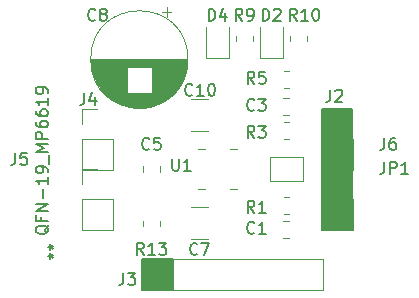
<source format=gbr>
%TF.GenerationSoftware,KiCad,Pcbnew,(7.0.0-rc1-145-gbd6d0b6cb6)*%
%TF.CreationDate,2023-03-28T23:28:49+02:00*%
%TF.ProjectId,2HBR_MINIMAL,32484252-5f4d-4494-9e49-4d414c2e6b69,rev?*%
%TF.SameCoordinates,Original*%
%TF.FileFunction,Legend,Top*%
%TF.FilePolarity,Positive*%
%FSLAX46Y46*%
G04 Gerber Fmt 4.6, Leading zero omitted, Abs format (unit mm)*
G04 Created by KiCad (PCBNEW (7.0.0-rc1-145-gbd6d0b6cb6)) date 2023-03-28 23:28:49*
%MOMM*%
%LPD*%
G01*
G04 APERTURE LIST*
%ADD10C,0.150000*%
%ADD11C,0.120000*%
G04 APERTURE END LIST*
D10*
X143450000Y-105350000D02*
X146050000Y-105350000D01*
X146050000Y-105350000D02*
X146050000Y-115630000D01*
X146050000Y-115630000D02*
X143450000Y-115630000D01*
X143450000Y-115630000D02*
X143450000Y-105350000D01*
G36*
X143450000Y-105350000D02*
G01*
X146050000Y-105350000D01*
X146050000Y-115630000D01*
X143450000Y-115630000D01*
X143450000Y-105350000D01*
G37*
X128210000Y-118050000D02*
X130870000Y-118050000D01*
X130870000Y-118050000D02*
X130870000Y-120710000D01*
X130870000Y-120710000D02*
X128210000Y-120710000D01*
X128210000Y-120710000D02*
X128210000Y-118050000D01*
G36*
X128210000Y-118050000D02*
G01*
X130870000Y-118050000D01*
X130870000Y-120710000D01*
X128210000Y-120710000D01*
X128210000Y-118050000D01*
G37*
%TO.C,C1*%
X137755333Y-115842142D02*
X137707714Y-115889761D01*
X137707714Y-115889761D02*
X137564857Y-115937380D01*
X137564857Y-115937380D02*
X137469619Y-115937380D01*
X137469619Y-115937380D02*
X137326762Y-115889761D01*
X137326762Y-115889761D02*
X137231524Y-115794523D01*
X137231524Y-115794523D02*
X137183905Y-115699285D01*
X137183905Y-115699285D02*
X137136286Y-115508809D01*
X137136286Y-115508809D02*
X137136286Y-115365952D01*
X137136286Y-115365952D02*
X137183905Y-115175476D01*
X137183905Y-115175476D02*
X137231524Y-115080238D01*
X137231524Y-115080238D02*
X137326762Y-114985000D01*
X137326762Y-114985000D02*
X137469619Y-114937380D01*
X137469619Y-114937380D02*
X137564857Y-114937380D01*
X137564857Y-114937380D02*
X137707714Y-114985000D01*
X137707714Y-114985000D02*
X137755333Y-115032619D01*
X138707714Y-115937380D02*
X138136286Y-115937380D01*
X138422000Y-115937380D02*
X138422000Y-114937380D01*
X138422000Y-114937380D02*
X138326762Y-115080238D01*
X138326762Y-115080238D02*
X138231524Y-115175476D01*
X138231524Y-115175476D02*
X138136286Y-115223095D01*
%TO.C,JP1*%
X148772666Y-109857380D02*
X148772666Y-110571666D01*
X148772666Y-110571666D02*
X148725047Y-110714523D01*
X148725047Y-110714523D02*
X148629809Y-110809761D01*
X148629809Y-110809761D02*
X148486952Y-110857380D01*
X148486952Y-110857380D02*
X148391714Y-110857380D01*
X149248857Y-110857380D02*
X149248857Y-109857380D01*
X149248857Y-109857380D02*
X149629809Y-109857380D01*
X149629809Y-109857380D02*
X149725047Y-109905000D01*
X149725047Y-109905000D02*
X149772666Y-109952619D01*
X149772666Y-109952619D02*
X149820285Y-110047857D01*
X149820285Y-110047857D02*
X149820285Y-110190714D01*
X149820285Y-110190714D02*
X149772666Y-110285952D01*
X149772666Y-110285952D02*
X149725047Y-110333571D01*
X149725047Y-110333571D02*
X149629809Y-110381190D01*
X149629809Y-110381190D02*
X149248857Y-110381190D01*
X150772666Y-110857380D02*
X150201238Y-110857380D01*
X150486952Y-110857380D02*
X150486952Y-109857380D01*
X150486952Y-109857380D02*
X150391714Y-110000238D01*
X150391714Y-110000238D02*
X150296476Y-110095476D01*
X150296476Y-110095476D02*
X150201238Y-110143095D01*
%TO.C,J4*%
X123364666Y-104015380D02*
X123364666Y-104729666D01*
X123364666Y-104729666D02*
X123317047Y-104872523D01*
X123317047Y-104872523D02*
X123221809Y-104967761D01*
X123221809Y-104967761D02*
X123078952Y-105015380D01*
X123078952Y-105015380D02*
X122983714Y-105015380D01*
X124269428Y-104348714D02*
X124269428Y-105015380D01*
X124031333Y-103967761D02*
X123793238Y-104682047D01*
X123793238Y-104682047D02*
X124412285Y-104682047D01*
%TO.C,R10*%
X141343142Y-97903380D02*
X141009809Y-97427190D01*
X140771714Y-97903380D02*
X140771714Y-96903380D01*
X140771714Y-96903380D02*
X141152666Y-96903380D01*
X141152666Y-96903380D02*
X141247904Y-96951000D01*
X141247904Y-96951000D02*
X141295523Y-96998619D01*
X141295523Y-96998619D02*
X141343142Y-97093857D01*
X141343142Y-97093857D02*
X141343142Y-97236714D01*
X141343142Y-97236714D02*
X141295523Y-97331952D01*
X141295523Y-97331952D02*
X141247904Y-97379571D01*
X141247904Y-97379571D02*
X141152666Y-97427190D01*
X141152666Y-97427190D02*
X140771714Y-97427190D01*
X142295523Y-97903380D02*
X141724095Y-97903380D01*
X142009809Y-97903380D02*
X142009809Y-96903380D01*
X142009809Y-96903380D02*
X141914571Y-97046238D01*
X141914571Y-97046238D02*
X141819333Y-97141476D01*
X141819333Y-97141476D02*
X141724095Y-97189095D01*
X142914571Y-96903380D02*
X143009809Y-96903380D01*
X143009809Y-96903380D02*
X143105047Y-96951000D01*
X143105047Y-96951000D02*
X143152666Y-96998619D01*
X143152666Y-96998619D02*
X143200285Y-97093857D01*
X143200285Y-97093857D02*
X143247904Y-97284333D01*
X143247904Y-97284333D02*
X143247904Y-97522428D01*
X143247904Y-97522428D02*
X143200285Y-97712904D01*
X143200285Y-97712904D02*
X143152666Y-97808142D01*
X143152666Y-97808142D02*
X143105047Y-97855761D01*
X143105047Y-97855761D02*
X143009809Y-97903380D01*
X143009809Y-97903380D02*
X142914571Y-97903380D01*
X142914571Y-97903380D02*
X142819333Y-97855761D01*
X142819333Y-97855761D02*
X142771714Y-97808142D01*
X142771714Y-97808142D02*
X142724095Y-97712904D01*
X142724095Y-97712904D02*
X142676476Y-97522428D01*
X142676476Y-97522428D02*
X142676476Y-97284333D01*
X142676476Y-97284333D02*
X142724095Y-97093857D01*
X142724095Y-97093857D02*
X142771714Y-96998619D01*
X142771714Y-96998619D02*
X142819333Y-96951000D01*
X142819333Y-96951000D02*
X142914571Y-96903380D01*
%TO.C,U1*%
X130810095Y-109603380D02*
X130810095Y-110412904D01*
X130810095Y-110412904D02*
X130857714Y-110508142D01*
X130857714Y-110508142D02*
X130905333Y-110555761D01*
X130905333Y-110555761D02*
X131000571Y-110603380D01*
X131000571Y-110603380D02*
X131191047Y-110603380D01*
X131191047Y-110603380D02*
X131286285Y-110555761D01*
X131286285Y-110555761D02*
X131333904Y-110508142D01*
X131333904Y-110508142D02*
X131381523Y-110412904D01*
X131381523Y-110412904D02*
X131381523Y-109603380D01*
X132381523Y-110603380D02*
X131810095Y-110603380D01*
X132095809Y-110603380D02*
X132095809Y-109603380D01*
X132095809Y-109603380D02*
X132000571Y-109746238D01*
X132000571Y-109746238D02*
X131905333Y-109841476D01*
X131905333Y-109841476D02*
X131810095Y-109889095D01*
X120350619Y-115228000D02*
X120303000Y-115323238D01*
X120303000Y-115323238D02*
X120207761Y-115418476D01*
X120207761Y-115418476D02*
X120064904Y-115561333D01*
X120064904Y-115561333D02*
X120017285Y-115656571D01*
X120017285Y-115656571D02*
X120017285Y-115751809D01*
X120255380Y-115704190D02*
X120207761Y-115799428D01*
X120207761Y-115799428D02*
X120112523Y-115894666D01*
X120112523Y-115894666D02*
X119922047Y-115942285D01*
X119922047Y-115942285D02*
X119588714Y-115942285D01*
X119588714Y-115942285D02*
X119398238Y-115894666D01*
X119398238Y-115894666D02*
X119303000Y-115799428D01*
X119303000Y-115799428D02*
X119255380Y-115704190D01*
X119255380Y-115704190D02*
X119255380Y-115513714D01*
X119255380Y-115513714D02*
X119303000Y-115418476D01*
X119303000Y-115418476D02*
X119398238Y-115323238D01*
X119398238Y-115323238D02*
X119588714Y-115275619D01*
X119588714Y-115275619D02*
X119922047Y-115275619D01*
X119922047Y-115275619D02*
X120112523Y-115323238D01*
X120112523Y-115323238D02*
X120207761Y-115418476D01*
X120207761Y-115418476D02*
X120255380Y-115513714D01*
X120255380Y-115513714D02*
X120255380Y-115704190D01*
X119731571Y-114513714D02*
X119731571Y-114847047D01*
X120255380Y-114847047D02*
X119255380Y-114847047D01*
X119255380Y-114847047D02*
X119255380Y-114370857D01*
X120255380Y-113989904D02*
X119255380Y-113989904D01*
X119255380Y-113989904D02*
X120255380Y-113418476D01*
X120255380Y-113418476D02*
X119255380Y-113418476D01*
X119874428Y-112942285D02*
X119874428Y-112180381D01*
X120255380Y-111180381D02*
X120255380Y-111751809D01*
X120255380Y-111466095D02*
X119255380Y-111466095D01*
X119255380Y-111466095D02*
X119398238Y-111561333D01*
X119398238Y-111561333D02*
X119493476Y-111656571D01*
X119493476Y-111656571D02*
X119541095Y-111751809D01*
X120255380Y-110704190D02*
X120255380Y-110513714D01*
X120255380Y-110513714D02*
X120207761Y-110418476D01*
X120207761Y-110418476D02*
X120160142Y-110370857D01*
X120160142Y-110370857D02*
X120017285Y-110275619D01*
X120017285Y-110275619D02*
X119826809Y-110228000D01*
X119826809Y-110228000D02*
X119445857Y-110228000D01*
X119445857Y-110228000D02*
X119350619Y-110275619D01*
X119350619Y-110275619D02*
X119303000Y-110323238D01*
X119303000Y-110323238D02*
X119255380Y-110418476D01*
X119255380Y-110418476D02*
X119255380Y-110608952D01*
X119255380Y-110608952D02*
X119303000Y-110704190D01*
X119303000Y-110704190D02*
X119350619Y-110751809D01*
X119350619Y-110751809D02*
X119445857Y-110799428D01*
X119445857Y-110799428D02*
X119683952Y-110799428D01*
X119683952Y-110799428D02*
X119779190Y-110751809D01*
X119779190Y-110751809D02*
X119826809Y-110704190D01*
X119826809Y-110704190D02*
X119874428Y-110608952D01*
X119874428Y-110608952D02*
X119874428Y-110418476D01*
X119874428Y-110418476D02*
X119826809Y-110323238D01*
X119826809Y-110323238D02*
X119779190Y-110275619D01*
X119779190Y-110275619D02*
X119683952Y-110228000D01*
X120350619Y-110037524D02*
X120350619Y-109275619D01*
X120255380Y-109037523D02*
X119255380Y-109037523D01*
X119255380Y-109037523D02*
X119969666Y-108704190D01*
X119969666Y-108704190D02*
X119255380Y-108370857D01*
X119255380Y-108370857D02*
X120255380Y-108370857D01*
X120255380Y-107894666D02*
X119255380Y-107894666D01*
X119255380Y-107894666D02*
X119255380Y-107513714D01*
X119255380Y-107513714D02*
X119303000Y-107418476D01*
X119303000Y-107418476D02*
X119350619Y-107370857D01*
X119350619Y-107370857D02*
X119445857Y-107323238D01*
X119445857Y-107323238D02*
X119588714Y-107323238D01*
X119588714Y-107323238D02*
X119683952Y-107370857D01*
X119683952Y-107370857D02*
X119731571Y-107418476D01*
X119731571Y-107418476D02*
X119779190Y-107513714D01*
X119779190Y-107513714D02*
X119779190Y-107894666D01*
X119255380Y-106466095D02*
X119255380Y-106656571D01*
X119255380Y-106656571D02*
X119303000Y-106751809D01*
X119303000Y-106751809D02*
X119350619Y-106799428D01*
X119350619Y-106799428D02*
X119493476Y-106894666D01*
X119493476Y-106894666D02*
X119683952Y-106942285D01*
X119683952Y-106942285D02*
X120064904Y-106942285D01*
X120064904Y-106942285D02*
X120160142Y-106894666D01*
X120160142Y-106894666D02*
X120207761Y-106847047D01*
X120207761Y-106847047D02*
X120255380Y-106751809D01*
X120255380Y-106751809D02*
X120255380Y-106561333D01*
X120255380Y-106561333D02*
X120207761Y-106466095D01*
X120207761Y-106466095D02*
X120160142Y-106418476D01*
X120160142Y-106418476D02*
X120064904Y-106370857D01*
X120064904Y-106370857D02*
X119826809Y-106370857D01*
X119826809Y-106370857D02*
X119731571Y-106418476D01*
X119731571Y-106418476D02*
X119683952Y-106466095D01*
X119683952Y-106466095D02*
X119636333Y-106561333D01*
X119636333Y-106561333D02*
X119636333Y-106751809D01*
X119636333Y-106751809D02*
X119683952Y-106847047D01*
X119683952Y-106847047D02*
X119731571Y-106894666D01*
X119731571Y-106894666D02*
X119826809Y-106942285D01*
X119255380Y-105513714D02*
X119255380Y-105704190D01*
X119255380Y-105704190D02*
X119303000Y-105799428D01*
X119303000Y-105799428D02*
X119350619Y-105847047D01*
X119350619Y-105847047D02*
X119493476Y-105942285D01*
X119493476Y-105942285D02*
X119683952Y-105989904D01*
X119683952Y-105989904D02*
X120064904Y-105989904D01*
X120064904Y-105989904D02*
X120160142Y-105942285D01*
X120160142Y-105942285D02*
X120207761Y-105894666D01*
X120207761Y-105894666D02*
X120255380Y-105799428D01*
X120255380Y-105799428D02*
X120255380Y-105608952D01*
X120255380Y-105608952D02*
X120207761Y-105513714D01*
X120207761Y-105513714D02*
X120160142Y-105466095D01*
X120160142Y-105466095D02*
X120064904Y-105418476D01*
X120064904Y-105418476D02*
X119826809Y-105418476D01*
X119826809Y-105418476D02*
X119731571Y-105466095D01*
X119731571Y-105466095D02*
X119683952Y-105513714D01*
X119683952Y-105513714D02*
X119636333Y-105608952D01*
X119636333Y-105608952D02*
X119636333Y-105799428D01*
X119636333Y-105799428D02*
X119683952Y-105894666D01*
X119683952Y-105894666D02*
X119731571Y-105942285D01*
X119731571Y-105942285D02*
X119826809Y-105989904D01*
X120255380Y-104466095D02*
X120255380Y-105037523D01*
X120255380Y-104751809D02*
X119255380Y-104751809D01*
X119255380Y-104751809D02*
X119398238Y-104847047D01*
X119398238Y-104847047D02*
X119493476Y-104942285D01*
X119493476Y-104942285D02*
X119541095Y-105037523D01*
X120255380Y-103989904D02*
X120255380Y-103799428D01*
X120255380Y-103799428D02*
X120207761Y-103704190D01*
X120207761Y-103704190D02*
X120160142Y-103656571D01*
X120160142Y-103656571D02*
X120017285Y-103561333D01*
X120017285Y-103561333D02*
X119826809Y-103513714D01*
X119826809Y-103513714D02*
X119445857Y-103513714D01*
X119445857Y-103513714D02*
X119350619Y-103561333D01*
X119350619Y-103561333D02*
X119303000Y-103608952D01*
X119303000Y-103608952D02*
X119255380Y-103704190D01*
X119255380Y-103704190D02*
X119255380Y-103894666D01*
X119255380Y-103894666D02*
X119303000Y-103989904D01*
X119303000Y-103989904D02*
X119350619Y-104037523D01*
X119350619Y-104037523D02*
X119445857Y-104085142D01*
X119445857Y-104085142D02*
X119683952Y-104085142D01*
X119683952Y-104085142D02*
X119779190Y-104037523D01*
X119779190Y-104037523D02*
X119826809Y-103989904D01*
X119826809Y-103989904D02*
X119874428Y-103894666D01*
X119874428Y-103894666D02*
X119874428Y-103704190D01*
X119874428Y-103704190D02*
X119826809Y-103608952D01*
X119826809Y-103608952D02*
X119779190Y-103561333D01*
X119779190Y-103561333D02*
X119683952Y-103513714D01*
X120271380Y-117855999D02*
X120509476Y-117855999D01*
X120414238Y-118094094D02*
X120509476Y-117855999D01*
X120509476Y-117855999D02*
X120414238Y-117617904D01*
X120699952Y-117998856D02*
X120509476Y-117855999D01*
X120509476Y-117855999D02*
X120699952Y-117713142D01*
X120271380Y-117093999D02*
X120509476Y-117093999D01*
X120414238Y-117332094D02*
X120509476Y-117093999D01*
X120509476Y-117093999D02*
X120414238Y-116855904D01*
X120699952Y-117236856D02*
X120509476Y-117093999D01*
X120509476Y-117093999D02*
X120699952Y-116951142D01*
%TO.C,R13*%
X128389142Y-117715380D02*
X128055809Y-117239190D01*
X127817714Y-117715380D02*
X127817714Y-116715380D01*
X127817714Y-116715380D02*
X128198666Y-116715380D01*
X128198666Y-116715380D02*
X128293904Y-116763000D01*
X128293904Y-116763000D02*
X128341523Y-116810619D01*
X128341523Y-116810619D02*
X128389142Y-116905857D01*
X128389142Y-116905857D02*
X128389142Y-117048714D01*
X128389142Y-117048714D02*
X128341523Y-117143952D01*
X128341523Y-117143952D02*
X128293904Y-117191571D01*
X128293904Y-117191571D02*
X128198666Y-117239190D01*
X128198666Y-117239190D02*
X127817714Y-117239190D01*
X129341523Y-117715380D02*
X128770095Y-117715380D01*
X129055809Y-117715380D02*
X129055809Y-116715380D01*
X129055809Y-116715380D02*
X128960571Y-116858238D01*
X128960571Y-116858238D02*
X128865333Y-116953476D01*
X128865333Y-116953476D02*
X128770095Y-117001095D01*
X129674857Y-116715380D02*
X130293904Y-116715380D01*
X130293904Y-116715380D02*
X129960571Y-117096333D01*
X129960571Y-117096333D02*
X130103428Y-117096333D01*
X130103428Y-117096333D02*
X130198666Y-117143952D01*
X130198666Y-117143952D02*
X130246285Y-117191571D01*
X130246285Y-117191571D02*
X130293904Y-117286809D01*
X130293904Y-117286809D02*
X130293904Y-117524904D01*
X130293904Y-117524904D02*
X130246285Y-117620142D01*
X130246285Y-117620142D02*
X130198666Y-117667761D01*
X130198666Y-117667761D02*
X130103428Y-117715380D01*
X130103428Y-117715380D02*
X129817714Y-117715380D01*
X129817714Y-117715380D02*
X129722476Y-117667761D01*
X129722476Y-117667761D02*
X129674857Y-117620142D01*
%TO.C,R9*%
X136739333Y-97903380D02*
X136406000Y-97427190D01*
X136167905Y-97903380D02*
X136167905Y-96903380D01*
X136167905Y-96903380D02*
X136548857Y-96903380D01*
X136548857Y-96903380D02*
X136644095Y-96951000D01*
X136644095Y-96951000D02*
X136691714Y-96998619D01*
X136691714Y-96998619D02*
X136739333Y-97093857D01*
X136739333Y-97093857D02*
X136739333Y-97236714D01*
X136739333Y-97236714D02*
X136691714Y-97331952D01*
X136691714Y-97331952D02*
X136644095Y-97379571D01*
X136644095Y-97379571D02*
X136548857Y-97427190D01*
X136548857Y-97427190D02*
X136167905Y-97427190D01*
X137215524Y-97903380D02*
X137406000Y-97903380D01*
X137406000Y-97903380D02*
X137501238Y-97855761D01*
X137501238Y-97855761D02*
X137548857Y-97808142D01*
X137548857Y-97808142D02*
X137644095Y-97665285D01*
X137644095Y-97665285D02*
X137691714Y-97474809D01*
X137691714Y-97474809D02*
X137691714Y-97093857D01*
X137691714Y-97093857D02*
X137644095Y-96998619D01*
X137644095Y-96998619D02*
X137596476Y-96951000D01*
X137596476Y-96951000D02*
X137501238Y-96903380D01*
X137501238Y-96903380D02*
X137310762Y-96903380D01*
X137310762Y-96903380D02*
X137215524Y-96951000D01*
X137215524Y-96951000D02*
X137167905Y-96998619D01*
X137167905Y-96998619D02*
X137120286Y-97093857D01*
X137120286Y-97093857D02*
X137120286Y-97331952D01*
X137120286Y-97331952D02*
X137167905Y-97427190D01*
X137167905Y-97427190D02*
X137215524Y-97474809D01*
X137215524Y-97474809D02*
X137310762Y-97522428D01*
X137310762Y-97522428D02*
X137501238Y-97522428D01*
X137501238Y-97522428D02*
X137596476Y-97474809D01*
X137596476Y-97474809D02*
X137644095Y-97427190D01*
X137644095Y-97427190D02*
X137691714Y-97331952D01*
%TO.C,R5*%
X137755333Y-103237380D02*
X137422000Y-102761190D01*
X137183905Y-103237380D02*
X137183905Y-102237380D01*
X137183905Y-102237380D02*
X137564857Y-102237380D01*
X137564857Y-102237380D02*
X137660095Y-102285000D01*
X137660095Y-102285000D02*
X137707714Y-102332619D01*
X137707714Y-102332619D02*
X137755333Y-102427857D01*
X137755333Y-102427857D02*
X137755333Y-102570714D01*
X137755333Y-102570714D02*
X137707714Y-102665952D01*
X137707714Y-102665952D02*
X137660095Y-102713571D01*
X137660095Y-102713571D02*
X137564857Y-102761190D01*
X137564857Y-102761190D02*
X137183905Y-102761190D01*
X138660095Y-102237380D02*
X138183905Y-102237380D01*
X138183905Y-102237380D02*
X138136286Y-102713571D01*
X138136286Y-102713571D02*
X138183905Y-102665952D01*
X138183905Y-102665952D02*
X138279143Y-102618333D01*
X138279143Y-102618333D02*
X138517238Y-102618333D01*
X138517238Y-102618333D02*
X138612476Y-102665952D01*
X138612476Y-102665952D02*
X138660095Y-102713571D01*
X138660095Y-102713571D02*
X138707714Y-102808809D01*
X138707714Y-102808809D02*
X138707714Y-103046904D01*
X138707714Y-103046904D02*
X138660095Y-103142142D01*
X138660095Y-103142142D02*
X138612476Y-103189761D01*
X138612476Y-103189761D02*
X138517238Y-103237380D01*
X138517238Y-103237380D02*
X138279143Y-103237380D01*
X138279143Y-103237380D02*
X138183905Y-103189761D01*
X138183905Y-103189761D02*
X138136286Y-103142142D01*
%TO.C,C10*%
X132502142Y-104158142D02*
X132454523Y-104205761D01*
X132454523Y-104205761D02*
X132311666Y-104253380D01*
X132311666Y-104253380D02*
X132216428Y-104253380D01*
X132216428Y-104253380D02*
X132073571Y-104205761D01*
X132073571Y-104205761D02*
X131978333Y-104110523D01*
X131978333Y-104110523D02*
X131930714Y-104015285D01*
X131930714Y-104015285D02*
X131883095Y-103824809D01*
X131883095Y-103824809D02*
X131883095Y-103681952D01*
X131883095Y-103681952D02*
X131930714Y-103491476D01*
X131930714Y-103491476D02*
X131978333Y-103396238D01*
X131978333Y-103396238D02*
X132073571Y-103301000D01*
X132073571Y-103301000D02*
X132216428Y-103253380D01*
X132216428Y-103253380D02*
X132311666Y-103253380D01*
X132311666Y-103253380D02*
X132454523Y-103301000D01*
X132454523Y-103301000D02*
X132502142Y-103348619D01*
X133454523Y-104253380D02*
X132883095Y-104253380D01*
X133168809Y-104253380D02*
X133168809Y-103253380D01*
X133168809Y-103253380D02*
X133073571Y-103396238D01*
X133073571Y-103396238D02*
X132978333Y-103491476D01*
X132978333Y-103491476D02*
X132883095Y-103539095D01*
X134073571Y-103253380D02*
X134168809Y-103253380D01*
X134168809Y-103253380D02*
X134264047Y-103301000D01*
X134264047Y-103301000D02*
X134311666Y-103348619D01*
X134311666Y-103348619D02*
X134359285Y-103443857D01*
X134359285Y-103443857D02*
X134406904Y-103634333D01*
X134406904Y-103634333D02*
X134406904Y-103872428D01*
X134406904Y-103872428D02*
X134359285Y-104062904D01*
X134359285Y-104062904D02*
X134311666Y-104158142D01*
X134311666Y-104158142D02*
X134264047Y-104205761D01*
X134264047Y-104205761D02*
X134168809Y-104253380D01*
X134168809Y-104253380D02*
X134073571Y-104253380D01*
X134073571Y-104253380D02*
X133978333Y-104205761D01*
X133978333Y-104205761D02*
X133930714Y-104158142D01*
X133930714Y-104158142D02*
X133883095Y-104062904D01*
X133883095Y-104062904D02*
X133835476Y-103872428D01*
X133835476Y-103872428D02*
X133835476Y-103634333D01*
X133835476Y-103634333D02*
X133883095Y-103443857D01*
X133883095Y-103443857D02*
X133930714Y-103348619D01*
X133930714Y-103348619D02*
X133978333Y-103301000D01*
X133978333Y-103301000D02*
X134073571Y-103253380D01*
%TO.C,C5*%
X128865333Y-108730142D02*
X128817714Y-108777761D01*
X128817714Y-108777761D02*
X128674857Y-108825380D01*
X128674857Y-108825380D02*
X128579619Y-108825380D01*
X128579619Y-108825380D02*
X128436762Y-108777761D01*
X128436762Y-108777761D02*
X128341524Y-108682523D01*
X128341524Y-108682523D02*
X128293905Y-108587285D01*
X128293905Y-108587285D02*
X128246286Y-108396809D01*
X128246286Y-108396809D02*
X128246286Y-108253952D01*
X128246286Y-108253952D02*
X128293905Y-108063476D01*
X128293905Y-108063476D02*
X128341524Y-107968238D01*
X128341524Y-107968238D02*
X128436762Y-107873000D01*
X128436762Y-107873000D02*
X128579619Y-107825380D01*
X128579619Y-107825380D02*
X128674857Y-107825380D01*
X128674857Y-107825380D02*
X128817714Y-107873000D01*
X128817714Y-107873000D02*
X128865333Y-107920619D01*
X129770095Y-107825380D02*
X129293905Y-107825380D01*
X129293905Y-107825380D02*
X129246286Y-108301571D01*
X129246286Y-108301571D02*
X129293905Y-108253952D01*
X129293905Y-108253952D02*
X129389143Y-108206333D01*
X129389143Y-108206333D02*
X129627238Y-108206333D01*
X129627238Y-108206333D02*
X129722476Y-108253952D01*
X129722476Y-108253952D02*
X129770095Y-108301571D01*
X129770095Y-108301571D02*
X129817714Y-108396809D01*
X129817714Y-108396809D02*
X129817714Y-108634904D01*
X129817714Y-108634904D02*
X129770095Y-108730142D01*
X129770095Y-108730142D02*
X129722476Y-108777761D01*
X129722476Y-108777761D02*
X129627238Y-108825380D01*
X129627238Y-108825380D02*
X129389143Y-108825380D01*
X129389143Y-108825380D02*
X129293905Y-108777761D01*
X129293905Y-108777761D02*
X129246286Y-108730142D01*
%TO.C,R3*%
X137755333Y-107809380D02*
X137422000Y-107333190D01*
X137183905Y-107809380D02*
X137183905Y-106809380D01*
X137183905Y-106809380D02*
X137564857Y-106809380D01*
X137564857Y-106809380D02*
X137660095Y-106857000D01*
X137660095Y-106857000D02*
X137707714Y-106904619D01*
X137707714Y-106904619D02*
X137755333Y-106999857D01*
X137755333Y-106999857D02*
X137755333Y-107142714D01*
X137755333Y-107142714D02*
X137707714Y-107237952D01*
X137707714Y-107237952D02*
X137660095Y-107285571D01*
X137660095Y-107285571D02*
X137564857Y-107333190D01*
X137564857Y-107333190D02*
X137183905Y-107333190D01*
X138088667Y-106809380D02*
X138707714Y-106809380D01*
X138707714Y-106809380D02*
X138374381Y-107190333D01*
X138374381Y-107190333D02*
X138517238Y-107190333D01*
X138517238Y-107190333D02*
X138612476Y-107237952D01*
X138612476Y-107237952D02*
X138660095Y-107285571D01*
X138660095Y-107285571D02*
X138707714Y-107380809D01*
X138707714Y-107380809D02*
X138707714Y-107618904D01*
X138707714Y-107618904D02*
X138660095Y-107714142D01*
X138660095Y-107714142D02*
X138612476Y-107761761D01*
X138612476Y-107761761D02*
X138517238Y-107809380D01*
X138517238Y-107809380D02*
X138231524Y-107809380D01*
X138231524Y-107809380D02*
X138136286Y-107761761D01*
X138136286Y-107761761D02*
X138088667Y-107714142D01*
%TO.C,C7*%
X132929333Y-117634142D02*
X132881714Y-117681761D01*
X132881714Y-117681761D02*
X132738857Y-117729380D01*
X132738857Y-117729380D02*
X132643619Y-117729380D01*
X132643619Y-117729380D02*
X132500762Y-117681761D01*
X132500762Y-117681761D02*
X132405524Y-117586523D01*
X132405524Y-117586523D02*
X132357905Y-117491285D01*
X132357905Y-117491285D02*
X132310286Y-117300809D01*
X132310286Y-117300809D02*
X132310286Y-117157952D01*
X132310286Y-117157952D02*
X132357905Y-116967476D01*
X132357905Y-116967476D02*
X132405524Y-116872238D01*
X132405524Y-116872238D02*
X132500762Y-116777000D01*
X132500762Y-116777000D02*
X132643619Y-116729380D01*
X132643619Y-116729380D02*
X132738857Y-116729380D01*
X132738857Y-116729380D02*
X132881714Y-116777000D01*
X132881714Y-116777000D02*
X132929333Y-116824619D01*
X133262667Y-116729380D02*
X133929333Y-116729380D01*
X133929333Y-116729380D02*
X133500762Y-117729380D01*
%TO.C,J5*%
X117522666Y-109095380D02*
X117522666Y-109809666D01*
X117522666Y-109809666D02*
X117475047Y-109952523D01*
X117475047Y-109952523D02*
X117379809Y-110047761D01*
X117379809Y-110047761D02*
X117236952Y-110095380D01*
X117236952Y-110095380D02*
X117141714Y-110095380D01*
X118475047Y-109095380D02*
X117998857Y-109095380D01*
X117998857Y-109095380D02*
X117951238Y-109571571D01*
X117951238Y-109571571D02*
X117998857Y-109523952D01*
X117998857Y-109523952D02*
X118094095Y-109476333D01*
X118094095Y-109476333D02*
X118332190Y-109476333D01*
X118332190Y-109476333D02*
X118427428Y-109523952D01*
X118427428Y-109523952D02*
X118475047Y-109571571D01*
X118475047Y-109571571D02*
X118522666Y-109666809D01*
X118522666Y-109666809D02*
X118522666Y-109904904D01*
X118522666Y-109904904D02*
X118475047Y-110000142D01*
X118475047Y-110000142D02*
X118427428Y-110047761D01*
X118427428Y-110047761D02*
X118332190Y-110095380D01*
X118332190Y-110095380D02*
X118094095Y-110095380D01*
X118094095Y-110095380D02*
X117998857Y-110047761D01*
X117998857Y-110047761D02*
X117951238Y-110000142D01*
%TO.C,J6*%
X148764666Y-107825380D02*
X148764666Y-108539666D01*
X148764666Y-108539666D02*
X148717047Y-108682523D01*
X148717047Y-108682523D02*
X148621809Y-108777761D01*
X148621809Y-108777761D02*
X148478952Y-108825380D01*
X148478952Y-108825380D02*
X148383714Y-108825380D01*
X149669428Y-107825380D02*
X149478952Y-107825380D01*
X149478952Y-107825380D02*
X149383714Y-107873000D01*
X149383714Y-107873000D02*
X149336095Y-107920619D01*
X149336095Y-107920619D02*
X149240857Y-108063476D01*
X149240857Y-108063476D02*
X149193238Y-108253952D01*
X149193238Y-108253952D02*
X149193238Y-108634904D01*
X149193238Y-108634904D02*
X149240857Y-108730142D01*
X149240857Y-108730142D02*
X149288476Y-108777761D01*
X149288476Y-108777761D02*
X149383714Y-108825380D01*
X149383714Y-108825380D02*
X149574190Y-108825380D01*
X149574190Y-108825380D02*
X149669428Y-108777761D01*
X149669428Y-108777761D02*
X149717047Y-108730142D01*
X149717047Y-108730142D02*
X149764666Y-108634904D01*
X149764666Y-108634904D02*
X149764666Y-108396809D01*
X149764666Y-108396809D02*
X149717047Y-108301571D01*
X149717047Y-108301571D02*
X149669428Y-108253952D01*
X149669428Y-108253952D02*
X149574190Y-108206333D01*
X149574190Y-108206333D02*
X149383714Y-108206333D01*
X149383714Y-108206333D02*
X149288476Y-108253952D01*
X149288476Y-108253952D02*
X149240857Y-108301571D01*
X149240857Y-108301571D02*
X149193238Y-108396809D01*
%TO.C,R1*%
X137755333Y-114159380D02*
X137422000Y-113683190D01*
X137183905Y-114159380D02*
X137183905Y-113159380D01*
X137183905Y-113159380D02*
X137564857Y-113159380D01*
X137564857Y-113159380D02*
X137660095Y-113207000D01*
X137660095Y-113207000D02*
X137707714Y-113254619D01*
X137707714Y-113254619D02*
X137755333Y-113349857D01*
X137755333Y-113349857D02*
X137755333Y-113492714D01*
X137755333Y-113492714D02*
X137707714Y-113587952D01*
X137707714Y-113587952D02*
X137660095Y-113635571D01*
X137660095Y-113635571D02*
X137564857Y-113683190D01*
X137564857Y-113683190D02*
X137183905Y-113683190D01*
X138707714Y-114159380D02*
X138136286Y-114159380D01*
X138422000Y-114159380D02*
X138422000Y-113159380D01*
X138422000Y-113159380D02*
X138326762Y-113302238D01*
X138326762Y-113302238D02*
X138231524Y-113397476D01*
X138231524Y-113397476D02*
X138136286Y-113445095D01*
%TO.C,D2*%
X138453905Y-97903380D02*
X138453905Y-96903380D01*
X138453905Y-96903380D02*
X138692000Y-96903380D01*
X138692000Y-96903380D02*
X138834857Y-96951000D01*
X138834857Y-96951000D02*
X138930095Y-97046238D01*
X138930095Y-97046238D02*
X138977714Y-97141476D01*
X138977714Y-97141476D02*
X139025333Y-97331952D01*
X139025333Y-97331952D02*
X139025333Y-97474809D01*
X139025333Y-97474809D02*
X138977714Y-97665285D01*
X138977714Y-97665285D02*
X138930095Y-97760523D01*
X138930095Y-97760523D02*
X138834857Y-97855761D01*
X138834857Y-97855761D02*
X138692000Y-97903380D01*
X138692000Y-97903380D02*
X138453905Y-97903380D01*
X139406286Y-96998619D02*
X139453905Y-96951000D01*
X139453905Y-96951000D02*
X139549143Y-96903380D01*
X139549143Y-96903380D02*
X139787238Y-96903380D01*
X139787238Y-96903380D02*
X139882476Y-96951000D01*
X139882476Y-96951000D02*
X139930095Y-96998619D01*
X139930095Y-96998619D02*
X139977714Y-97093857D01*
X139977714Y-97093857D02*
X139977714Y-97189095D01*
X139977714Y-97189095D02*
X139930095Y-97331952D01*
X139930095Y-97331952D02*
X139358667Y-97903380D01*
X139358667Y-97903380D02*
X139977714Y-97903380D01*
%TO.C,C8*%
X124293333Y-97808142D02*
X124245714Y-97855761D01*
X124245714Y-97855761D02*
X124102857Y-97903380D01*
X124102857Y-97903380D02*
X124007619Y-97903380D01*
X124007619Y-97903380D02*
X123864762Y-97855761D01*
X123864762Y-97855761D02*
X123769524Y-97760523D01*
X123769524Y-97760523D02*
X123721905Y-97665285D01*
X123721905Y-97665285D02*
X123674286Y-97474809D01*
X123674286Y-97474809D02*
X123674286Y-97331952D01*
X123674286Y-97331952D02*
X123721905Y-97141476D01*
X123721905Y-97141476D02*
X123769524Y-97046238D01*
X123769524Y-97046238D02*
X123864762Y-96951000D01*
X123864762Y-96951000D02*
X124007619Y-96903380D01*
X124007619Y-96903380D02*
X124102857Y-96903380D01*
X124102857Y-96903380D02*
X124245714Y-96951000D01*
X124245714Y-96951000D02*
X124293333Y-96998619D01*
X124864762Y-97331952D02*
X124769524Y-97284333D01*
X124769524Y-97284333D02*
X124721905Y-97236714D01*
X124721905Y-97236714D02*
X124674286Y-97141476D01*
X124674286Y-97141476D02*
X124674286Y-97093857D01*
X124674286Y-97093857D02*
X124721905Y-96998619D01*
X124721905Y-96998619D02*
X124769524Y-96951000D01*
X124769524Y-96951000D02*
X124864762Y-96903380D01*
X124864762Y-96903380D02*
X125055238Y-96903380D01*
X125055238Y-96903380D02*
X125150476Y-96951000D01*
X125150476Y-96951000D02*
X125198095Y-96998619D01*
X125198095Y-96998619D02*
X125245714Y-97093857D01*
X125245714Y-97093857D02*
X125245714Y-97141476D01*
X125245714Y-97141476D02*
X125198095Y-97236714D01*
X125198095Y-97236714D02*
X125150476Y-97284333D01*
X125150476Y-97284333D02*
X125055238Y-97331952D01*
X125055238Y-97331952D02*
X124864762Y-97331952D01*
X124864762Y-97331952D02*
X124769524Y-97379571D01*
X124769524Y-97379571D02*
X124721905Y-97427190D01*
X124721905Y-97427190D02*
X124674286Y-97522428D01*
X124674286Y-97522428D02*
X124674286Y-97712904D01*
X124674286Y-97712904D02*
X124721905Y-97808142D01*
X124721905Y-97808142D02*
X124769524Y-97855761D01*
X124769524Y-97855761D02*
X124864762Y-97903380D01*
X124864762Y-97903380D02*
X125055238Y-97903380D01*
X125055238Y-97903380D02*
X125150476Y-97855761D01*
X125150476Y-97855761D02*
X125198095Y-97808142D01*
X125198095Y-97808142D02*
X125245714Y-97712904D01*
X125245714Y-97712904D02*
X125245714Y-97522428D01*
X125245714Y-97522428D02*
X125198095Y-97427190D01*
X125198095Y-97427190D02*
X125150476Y-97379571D01*
X125150476Y-97379571D02*
X125055238Y-97331952D01*
%TO.C,J3*%
X126666666Y-119255380D02*
X126666666Y-119969666D01*
X126666666Y-119969666D02*
X126619047Y-120112523D01*
X126619047Y-120112523D02*
X126523809Y-120207761D01*
X126523809Y-120207761D02*
X126380952Y-120255380D01*
X126380952Y-120255380D02*
X126285714Y-120255380D01*
X127047619Y-119255380D02*
X127666666Y-119255380D01*
X127666666Y-119255380D02*
X127333333Y-119636333D01*
X127333333Y-119636333D02*
X127476190Y-119636333D01*
X127476190Y-119636333D02*
X127571428Y-119683952D01*
X127571428Y-119683952D02*
X127619047Y-119731571D01*
X127619047Y-119731571D02*
X127666666Y-119826809D01*
X127666666Y-119826809D02*
X127666666Y-120064904D01*
X127666666Y-120064904D02*
X127619047Y-120160142D01*
X127619047Y-120160142D02*
X127571428Y-120207761D01*
X127571428Y-120207761D02*
X127476190Y-120255380D01*
X127476190Y-120255380D02*
X127190476Y-120255380D01*
X127190476Y-120255380D02*
X127095238Y-120207761D01*
X127095238Y-120207761D02*
X127047619Y-120160142D01*
%TO.C,C3*%
X137755333Y-105428142D02*
X137707714Y-105475761D01*
X137707714Y-105475761D02*
X137564857Y-105523380D01*
X137564857Y-105523380D02*
X137469619Y-105523380D01*
X137469619Y-105523380D02*
X137326762Y-105475761D01*
X137326762Y-105475761D02*
X137231524Y-105380523D01*
X137231524Y-105380523D02*
X137183905Y-105285285D01*
X137183905Y-105285285D02*
X137136286Y-105094809D01*
X137136286Y-105094809D02*
X137136286Y-104951952D01*
X137136286Y-104951952D02*
X137183905Y-104761476D01*
X137183905Y-104761476D02*
X137231524Y-104666238D01*
X137231524Y-104666238D02*
X137326762Y-104571000D01*
X137326762Y-104571000D02*
X137469619Y-104523380D01*
X137469619Y-104523380D02*
X137564857Y-104523380D01*
X137564857Y-104523380D02*
X137707714Y-104571000D01*
X137707714Y-104571000D02*
X137755333Y-104618619D01*
X138088667Y-104523380D02*
X138707714Y-104523380D01*
X138707714Y-104523380D02*
X138374381Y-104904333D01*
X138374381Y-104904333D02*
X138517238Y-104904333D01*
X138517238Y-104904333D02*
X138612476Y-104951952D01*
X138612476Y-104951952D02*
X138660095Y-104999571D01*
X138660095Y-104999571D02*
X138707714Y-105094809D01*
X138707714Y-105094809D02*
X138707714Y-105332904D01*
X138707714Y-105332904D02*
X138660095Y-105428142D01*
X138660095Y-105428142D02*
X138612476Y-105475761D01*
X138612476Y-105475761D02*
X138517238Y-105523380D01*
X138517238Y-105523380D02*
X138231524Y-105523380D01*
X138231524Y-105523380D02*
X138136286Y-105475761D01*
X138136286Y-105475761D02*
X138088667Y-105428142D01*
%TO.C,D4*%
X133881905Y-97903380D02*
X133881905Y-96903380D01*
X133881905Y-96903380D02*
X134120000Y-96903380D01*
X134120000Y-96903380D02*
X134262857Y-96951000D01*
X134262857Y-96951000D02*
X134358095Y-97046238D01*
X134358095Y-97046238D02*
X134405714Y-97141476D01*
X134405714Y-97141476D02*
X134453333Y-97331952D01*
X134453333Y-97331952D02*
X134453333Y-97474809D01*
X134453333Y-97474809D02*
X134405714Y-97665285D01*
X134405714Y-97665285D02*
X134358095Y-97760523D01*
X134358095Y-97760523D02*
X134262857Y-97855761D01*
X134262857Y-97855761D02*
X134120000Y-97903380D01*
X134120000Y-97903380D02*
X133881905Y-97903380D01*
X135310476Y-97236714D02*
X135310476Y-97903380D01*
X135072381Y-96855761D02*
X134834286Y-97570047D01*
X134834286Y-97570047D02*
X135453333Y-97570047D01*
%TO.C,J2*%
X144192666Y-103761380D02*
X144192666Y-104475666D01*
X144192666Y-104475666D02*
X144145047Y-104618523D01*
X144145047Y-104618523D02*
X144049809Y-104713761D01*
X144049809Y-104713761D02*
X143906952Y-104761380D01*
X143906952Y-104761380D02*
X143811714Y-104761380D01*
X144621238Y-103856619D02*
X144668857Y-103809000D01*
X144668857Y-103809000D02*
X144764095Y-103761380D01*
X144764095Y-103761380D02*
X145002190Y-103761380D01*
X145002190Y-103761380D02*
X145097428Y-103809000D01*
X145097428Y-103809000D02*
X145145047Y-103856619D01*
X145145047Y-103856619D02*
X145192666Y-103951857D01*
X145192666Y-103951857D02*
X145192666Y-104047095D01*
X145192666Y-104047095D02*
X145145047Y-104189952D01*
X145145047Y-104189952D02*
X144573619Y-104761380D01*
X144573619Y-104761380D02*
X145192666Y-104761380D01*
D11*
%TO.C,C1*%
X140200748Y-114835000D02*
X140723252Y-114835000D01*
X140200748Y-116305000D02*
X140723252Y-116305000D01*
%TO.C,JP1*%
X139062000Y-109490000D02*
X141862000Y-109490000D01*
X139062000Y-111490000D02*
X139062000Y-109490000D01*
X141862000Y-109490000D02*
X141862000Y-111490000D01*
X141862000Y-111490000D02*
X139062000Y-111490000D01*
%TO.C,J4*%
X123130000Y-105350000D02*
X124460000Y-105350000D01*
X123130000Y-106680000D02*
X123130000Y-105350000D01*
X123130000Y-107950000D02*
X123130000Y-110550000D01*
X123130000Y-107950000D02*
X125790000Y-107950000D01*
X123130000Y-110550000D02*
X125790000Y-110550000D01*
X125790000Y-107950000D02*
X125790000Y-110550000D01*
%TO.C,R10*%
X140743000Y-99644564D02*
X140743000Y-99190436D01*
X142213000Y-99644564D02*
X142213000Y-99190436D01*
%TO.C,U1*%
X133587261Y-112166400D02*
X132943600Y-112166400D01*
X136296400Y-112166400D02*
X135652739Y-112166400D01*
X132943600Y-108813600D02*
X133587261Y-108813600D01*
X135652739Y-108813600D02*
X136296400Y-108813600D01*
%TO.C,R13*%
X129767000Y-114834936D02*
X129767000Y-115289064D01*
X128297000Y-114834936D02*
X128297000Y-115289064D01*
%TO.C,R9*%
X136171000Y-99644564D02*
X136171000Y-99190436D01*
X137641000Y-99644564D02*
X137641000Y-99190436D01*
%TO.C,R5*%
X140689064Y-103605000D02*
X140234936Y-103605000D01*
X140689064Y-102135000D02*
X140234936Y-102135000D01*
%TO.C,C10*%
X133856252Y-107278000D02*
X132433748Y-107278000D01*
X133856252Y-104558000D02*
X132433748Y-104558000D01*
%TO.C,C5*%
X128297000Y-110761252D02*
X128297000Y-110238748D01*
X129767000Y-110761252D02*
X129767000Y-110238748D01*
%TO.C,R3*%
X140689064Y-107923000D02*
X140234936Y-107923000D01*
X140689064Y-106453000D02*
X140234936Y-106453000D01*
%TO.C,C7*%
X133807252Y-116422000D02*
X132384748Y-116422000D01*
X133807252Y-113702000D02*
X132384748Y-113702000D01*
%TO.C,J5*%
X123130000Y-110430000D02*
X124460000Y-110430000D01*
X123130000Y-111760000D02*
X123130000Y-110430000D01*
X123130000Y-113030000D02*
X123130000Y-115630000D01*
X123130000Y-113030000D02*
X125790000Y-113030000D01*
X123130000Y-115630000D02*
X125790000Y-115630000D01*
X125790000Y-113030000D02*
X125790000Y-115630000D01*
%TO.C,J6*%
X143450000Y-110430000D02*
X144780000Y-110430000D01*
X143450000Y-111760000D02*
X143450000Y-110430000D01*
X143450000Y-113030000D02*
X143450000Y-115630000D01*
X143450000Y-113030000D02*
X146110000Y-113030000D01*
X143450000Y-115630000D02*
X146110000Y-115630000D01*
X146110000Y-113030000D02*
X146110000Y-115630000D01*
%TO.C,R1*%
X140234936Y-112803000D02*
X140689064Y-112803000D01*
X140234936Y-114273000D02*
X140689064Y-114273000D01*
%TO.C,D2*%
X138232000Y-101102500D02*
X140152000Y-101102500D01*
X140152000Y-101102500D02*
X140152000Y-98417500D01*
X138232000Y-98417500D02*
X138232000Y-101102500D01*
%TO.C,C8*%
X130331000Y-96779651D02*
X130331000Y-97579651D01*
X130731000Y-97179651D02*
X129931000Y-97179651D01*
X132096000Y-101189349D02*
X123936000Y-101189349D01*
X132096000Y-101229349D02*
X123936000Y-101229349D01*
X132096000Y-101269349D02*
X123936000Y-101269349D01*
X132095000Y-101309349D02*
X123937000Y-101309349D01*
X132093000Y-101349349D02*
X123939000Y-101349349D01*
X132092000Y-101389349D02*
X123940000Y-101389349D01*
X132090000Y-101429349D02*
X123942000Y-101429349D01*
X132087000Y-101469349D02*
X123945000Y-101469349D01*
X132084000Y-101509349D02*
X123948000Y-101509349D01*
X132081000Y-101549349D02*
X123951000Y-101549349D01*
X132077000Y-101589349D02*
X123955000Y-101589349D01*
X132073000Y-101629349D02*
X123959000Y-101629349D01*
X132068000Y-101669349D02*
X123964000Y-101669349D01*
X132064000Y-101709349D02*
X123968000Y-101709349D01*
X132058000Y-101749349D02*
X123974000Y-101749349D01*
X132053000Y-101789349D02*
X123979000Y-101789349D01*
X132046000Y-101829349D02*
X123986000Y-101829349D01*
X132040000Y-101869349D02*
X123992000Y-101869349D01*
X132033000Y-101910349D02*
X129056000Y-101910349D01*
X126976000Y-101910349D02*
X123999000Y-101910349D01*
X132026000Y-101950349D02*
X129056000Y-101950349D01*
X126976000Y-101950349D02*
X124006000Y-101950349D01*
X132018000Y-101990349D02*
X129056000Y-101990349D01*
X126976000Y-101990349D02*
X124014000Y-101990349D01*
X132010000Y-102030349D02*
X129056000Y-102030349D01*
X126976000Y-102030349D02*
X124022000Y-102030349D01*
X132001000Y-102070349D02*
X129056000Y-102070349D01*
X126976000Y-102070349D02*
X124031000Y-102070349D01*
X131992000Y-102110349D02*
X129056000Y-102110349D01*
X126976000Y-102110349D02*
X124040000Y-102110349D01*
X131983000Y-102150349D02*
X129056000Y-102150349D01*
X126976000Y-102150349D02*
X124049000Y-102150349D01*
X131973000Y-102190349D02*
X129056000Y-102190349D01*
X126976000Y-102190349D02*
X124059000Y-102190349D01*
X131963000Y-102230349D02*
X129056000Y-102230349D01*
X126976000Y-102230349D02*
X124069000Y-102230349D01*
X131952000Y-102270349D02*
X129056000Y-102270349D01*
X126976000Y-102270349D02*
X124080000Y-102270349D01*
X131941000Y-102310349D02*
X129056000Y-102310349D01*
X126976000Y-102310349D02*
X124091000Y-102310349D01*
X131930000Y-102350349D02*
X129056000Y-102350349D01*
X126976000Y-102350349D02*
X124102000Y-102350349D01*
X131918000Y-102390349D02*
X129056000Y-102390349D01*
X126976000Y-102390349D02*
X124114000Y-102390349D01*
X131905000Y-102430349D02*
X129056000Y-102430349D01*
X126976000Y-102430349D02*
X124127000Y-102430349D01*
X131893000Y-102470349D02*
X129056000Y-102470349D01*
X126976000Y-102470349D02*
X124139000Y-102470349D01*
X131879000Y-102510349D02*
X129056000Y-102510349D01*
X126976000Y-102510349D02*
X124153000Y-102510349D01*
X131866000Y-102550349D02*
X129056000Y-102550349D01*
X126976000Y-102550349D02*
X124166000Y-102550349D01*
X131851000Y-102590349D02*
X129056000Y-102590349D01*
X126976000Y-102590349D02*
X124181000Y-102590349D01*
X131837000Y-102630349D02*
X129056000Y-102630349D01*
X126976000Y-102630349D02*
X124195000Y-102630349D01*
X131821000Y-102670349D02*
X129056000Y-102670349D01*
X126976000Y-102670349D02*
X124211000Y-102670349D01*
X131806000Y-102710349D02*
X129056000Y-102710349D01*
X126976000Y-102710349D02*
X124226000Y-102710349D01*
X131790000Y-102750349D02*
X129056000Y-102750349D01*
X126976000Y-102750349D02*
X124242000Y-102750349D01*
X131773000Y-102790349D02*
X129056000Y-102790349D01*
X126976000Y-102790349D02*
X124259000Y-102790349D01*
X131756000Y-102830349D02*
X129056000Y-102830349D01*
X126976000Y-102830349D02*
X124276000Y-102830349D01*
X131738000Y-102870349D02*
X129056000Y-102870349D01*
X126976000Y-102870349D02*
X124294000Y-102870349D01*
X131720000Y-102910349D02*
X129056000Y-102910349D01*
X126976000Y-102910349D02*
X124312000Y-102910349D01*
X131702000Y-102950349D02*
X129056000Y-102950349D01*
X126976000Y-102950349D02*
X124330000Y-102950349D01*
X131682000Y-102990349D02*
X129056000Y-102990349D01*
X126976000Y-102990349D02*
X124350000Y-102990349D01*
X131663000Y-103030349D02*
X129056000Y-103030349D01*
X126976000Y-103030349D02*
X124369000Y-103030349D01*
X131643000Y-103070349D02*
X129056000Y-103070349D01*
X126976000Y-103070349D02*
X124389000Y-103070349D01*
X131622000Y-103110349D02*
X129056000Y-103110349D01*
X126976000Y-103110349D02*
X124410000Y-103110349D01*
X131600000Y-103150349D02*
X129056000Y-103150349D01*
X126976000Y-103150349D02*
X124432000Y-103150349D01*
X131578000Y-103190349D02*
X129056000Y-103190349D01*
X126976000Y-103190349D02*
X124454000Y-103190349D01*
X131556000Y-103230349D02*
X129056000Y-103230349D01*
X126976000Y-103230349D02*
X124476000Y-103230349D01*
X131533000Y-103270349D02*
X129056000Y-103270349D01*
X126976000Y-103270349D02*
X124499000Y-103270349D01*
X131509000Y-103310349D02*
X129056000Y-103310349D01*
X126976000Y-103310349D02*
X124523000Y-103310349D01*
X131485000Y-103350349D02*
X129056000Y-103350349D01*
X126976000Y-103350349D02*
X124547000Y-103350349D01*
X131460000Y-103390349D02*
X129056000Y-103390349D01*
X126976000Y-103390349D02*
X124572000Y-103390349D01*
X131434000Y-103430349D02*
X129056000Y-103430349D01*
X126976000Y-103430349D02*
X124598000Y-103430349D01*
X131408000Y-103470349D02*
X129056000Y-103470349D01*
X126976000Y-103470349D02*
X124624000Y-103470349D01*
X131381000Y-103510349D02*
X129056000Y-103510349D01*
X126976000Y-103510349D02*
X124651000Y-103510349D01*
X131354000Y-103550349D02*
X129056000Y-103550349D01*
X126976000Y-103550349D02*
X124678000Y-103550349D01*
X131325000Y-103590349D02*
X129056000Y-103590349D01*
X126976000Y-103590349D02*
X124707000Y-103590349D01*
X131296000Y-103630349D02*
X129056000Y-103630349D01*
X126976000Y-103630349D02*
X124736000Y-103630349D01*
X131266000Y-103670349D02*
X129056000Y-103670349D01*
X126976000Y-103670349D02*
X124766000Y-103670349D01*
X131236000Y-103710349D02*
X129056000Y-103710349D01*
X126976000Y-103710349D02*
X124796000Y-103710349D01*
X131205000Y-103750349D02*
X129056000Y-103750349D01*
X126976000Y-103750349D02*
X124827000Y-103750349D01*
X131172000Y-103790349D02*
X129056000Y-103790349D01*
X126976000Y-103790349D02*
X124860000Y-103790349D01*
X131140000Y-103830349D02*
X129056000Y-103830349D01*
X126976000Y-103830349D02*
X124892000Y-103830349D01*
X131106000Y-103870349D02*
X129056000Y-103870349D01*
X126976000Y-103870349D02*
X124926000Y-103870349D01*
X131071000Y-103910349D02*
X129056000Y-103910349D01*
X126976000Y-103910349D02*
X124961000Y-103910349D01*
X131035000Y-103950349D02*
X129056000Y-103950349D01*
X126976000Y-103950349D02*
X124997000Y-103950349D01*
X130999000Y-103990349D02*
X125033000Y-103990349D01*
X130961000Y-104030349D02*
X125071000Y-104030349D01*
X130923000Y-104070349D02*
X125109000Y-104070349D01*
X130883000Y-104110349D02*
X125149000Y-104110349D01*
X130842000Y-104150349D02*
X125190000Y-104150349D01*
X130800000Y-104190349D02*
X125232000Y-104190349D01*
X130757000Y-104230349D02*
X125275000Y-104230349D01*
X130713000Y-104270349D02*
X125319000Y-104270349D01*
X130667000Y-104310349D02*
X125365000Y-104310349D01*
X130620000Y-104350349D02*
X125412000Y-104350349D01*
X130572000Y-104390349D02*
X125460000Y-104390349D01*
X130521000Y-104430349D02*
X125511000Y-104430349D01*
X130470000Y-104470349D02*
X125562000Y-104470349D01*
X130416000Y-104510349D02*
X125616000Y-104510349D01*
X130361000Y-104550349D02*
X125671000Y-104550349D01*
X130303000Y-104590349D02*
X125729000Y-104590349D01*
X130244000Y-104630349D02*
X125788000Y-104630349D01*
X130182000Y-104670349D02*
X125850000Y-104670349D01*
X130118000Y-104710349D02*
X125914000Y-104710349D01*
X130050000Y-104750349D02*
X125982000Y-104750349D01*
X129980000Y-104790349D02*
X126052000Y-104790349D01*
X129906000Y-104830349D02*
X126126000Y-104830349D01*
X129829000Y-104870349D02*
X126203000Y-104870349D01*
X129747000Y-104910349D02*
X126285000Y-104910349D01*
X129661000Y-104950349D02*
X126371000Y-104950349D01*
X129568000Y-104990349D02*
X126464000Y-104990349D01*
X129469000Y-105030349D02*
X126563000Y-105030349D01*
X129362000Y-105070349D02*
X126670000Y-105070349D01*
X129245000Y-105110349D02*
X126787000Y-105110349D01*
X129114000Y-105150349D02*
X126918000Y-105150349D01*
X128964000Y-105190349D02*
X127068000Y-105190349D01*
X128784000Y-105230349D02*
X127248000Y-105230349D01*
X128549000Y-105270349D02*
X127483000Y-105270349D01*
X132136000Y-101189349D02*
G75*
G03*
X132136000Y-101189349I-4120000J0D01*
G01*
%TO.C,J3*%
X128210000Y-120710000D02*
X128210000Y-119380000D01*
X129540000Y-120710000D02*
X128210000Y-120710000D01*
X130810000Y-120710000D02*
X143570000Y-120710000D01*
X130810000Y-120710000D02*
X130810000Y-118050000D01*
X143570000Y-120710000D02*
X143570000Y-118050000D01*
X130810000Y-118050000D02*
X143570000Y-118050000D01*
%TO.C,C3*%
X140723252Y-105891000D02*
X140200748Y-105891000D01*
X140723252Y-104421000D02*
X140200748Y-104421000D01*
%TO.C,D4*%
X133660000Y-101102500D02*
X135580000Y-101102500D01*
X135580000Y-101102500D02*
X135580000Y-98417500D01*
X133660000Y-98417500D02*
X133660000Y-101102500D01*
%TO.C,J2*%
X143450000Y-105350000D02*
X144780000Y-105350000D01*
X143450000Y-106680000D02*
X143450000Y-105350000D01*
X143450000Y-107950000D02*
X143450000Y-110550000D01*
X143450000Y-107950000D02*
X146110000Y-107950000D01*
X143450000Y-110550000D02*
X146110000Y-110550000D01*
X146110000Y-107950000D02*
X146110000Y-110550000D01*
%TD*%
M02*

</source>
